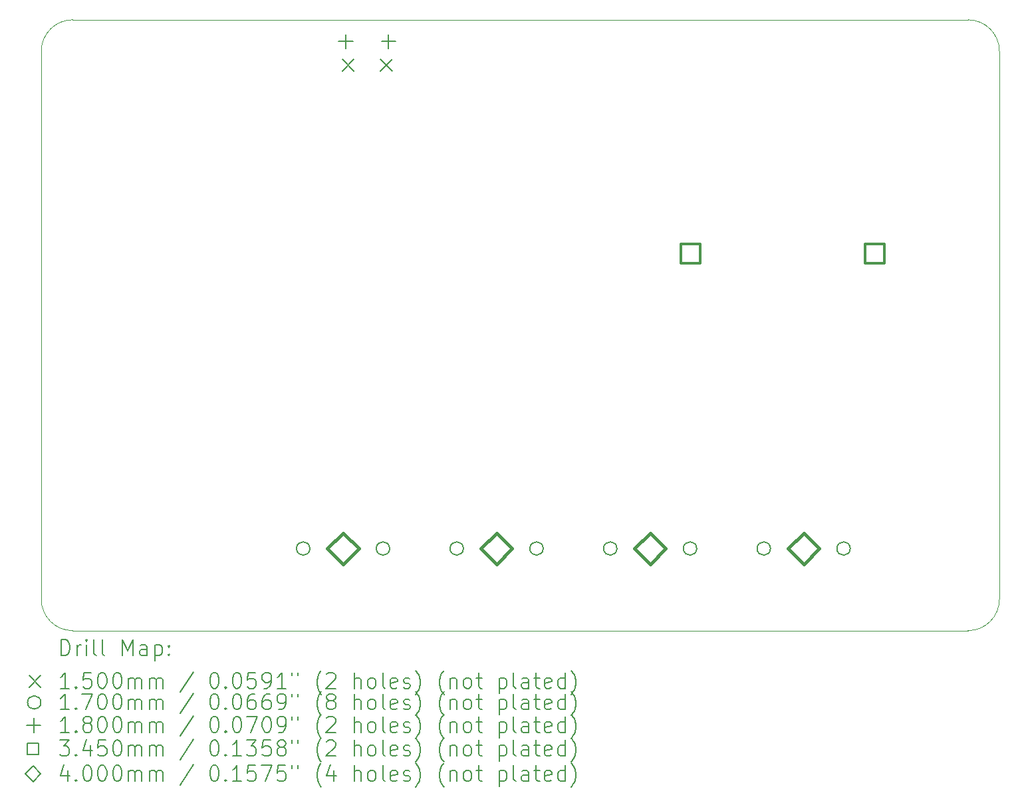
<source format=gbr>
%TF.GenerationSoftware,KiCad,Pcbnew,6.0.11-2627ca5db0~126~ubuntu22.04.1*%
%TF.CreationDate,2024-03-11T15:16:00-04:00*%
%TF.ProjectId,board,626f6172-642e-46b6-9963-61645f706362,rev?*%
%TF.SameCoordinates,Original*%
%TF.FileFunction,Drillmap*%
%TF.FilePolarity,Positive*%
%FSLAX45Y45*%
G04 Gerber Fmt 4.5, Leading zero omitted, Abs format (unit mm)*
G04 Created by KiCad (PCBNEW 6.0.11-2627ca5db0~126~ubuntu22.04.1) date 2024-03-11 15:16:00*
%MOMM*%
%LPD*%
G01*
G04 APERTURE LIST*
%ADD10C,0.100000*%
%ADD11C,0.200000*%
%ADD12C,0.150000*%
%ADD13C,0.170000*%
%ADD14C,0.180000*%
%ADD15C,0.345000*%
%ADD16C,0.400000*%
G04 APERTURE END LIST*
D10*
X9800000Y-3800000D02*
G75*
G03*
X9400000Y-4200000I0J-400000D01*
G01*
X21600000Y-11180000D02*
X21600000Y-4200000D01*
X21600000Y-4200000D02*
G75*
G03*
X21200000Y-3800000I-400000J0D01*
G01*
X9400000Y-4200000D02*
X9400000Y-11180000D01*
X9800000Y-11580000D02*
X21200000Y-11580000D01*
X21200000Y-11580000D02*
G75*
G03*
X21600000Y-11180000I0J400000D01*
G01*
X21200000Y-3800000D02*
X9800000Y-3800000D01*
X9400000Y-11180000D02*
G75*
G03*
X9800000Y-11580000I400000J0D01*
G01*
D11*
D12*
X13232500Y-4303500D02*
X13382500Y-4453500D01*
X13382500Y-4303500D02*
X13232500Y-4453500D01*
X13717500Y-4303500D02*
X13867500Y-4453500D01*
X13867500Y-4303500D02*
X13717500Y-4453500D01*
D13*
X12820000Y-10534000D02*
G75*
G03*
X12820000Y-10534000I-85000J0D01*
G01*
X13836000Y-10534000D02*
G75*
G03*
X13836000Y-10534000I-85000J0D01*
G01*
X14775000Y-10534000D02*
G75*
G03*
X14775000Y-10534000I-85000J0D01*
G01*
X15791000Y-10534000D02*
G75*
G03*
X15791000Y-10534000I-85000J0D01*
G01*
X16730000Y-10534000D02*
G75*
G03*
X16730000Y-10534000I-85000J0D01*
G01*
X17746000Y-10534000D02*
G75*
G03*
X17746000Y-10534000I-85000J0D01*
G01*
X18685000Y-10534000D02*
G75*
G03*
X18685000Y-10534000I-85000J0D01*
G01*
X19701000Y-10534000D02*
G75*
G03*
X19701000Y-10534000I-85000J0D01*
G01*
D14*
X13277500Y-3985500D02*
X13277500Y-4165500D01*
X13187500Y-4075500D02*
X13367500Y-4075500D01*
X13822500Y-3985500D02*
X13822500Y-4165500D01*
X13732500Y-4075500D02*
X13912500Y-4075500D01*
D15*
X17786977Y-6896977D02*
X17786977Y-6653023D01*
X17543023Y-6653023D01*
X17543023Y-6896977D01*
X17786977Y-6896977D01*
X20136977Y-6896977D02*
X20136977Y-6653023D01*
X19893023Y-6653023D01*
X19893023Y-6896977D01*
X20136977Y-6896977D01*
D16*
X13243000Y-10734000D02*
X13443000Y-10534000D01*
X13243000Y-10334000D01*
X13043000Y-10534000D01*
X13243000Y-10734000D01*
X15198000Y-10734000D02*
X15398000Y-10534000D01*
X15198000Y-10334000D01*
X14998000Y-10534000D01*
X15198000Y-10734000D01*
X17153000Y-10734000D02*
X17353000Y-10534000D01*
X17153000Y-10334000D01*
X16953000Y-10534000D01*
X17153000Y-10734000D01*
X19108000Y-10734000D02*
X19308000Y-10534000D01*
X19108000Y-10334000D01*
X18908000Y-10534000D01*
X19108000Y-10734000D01*
D11*
X9652619Y-11895476D02*
X9652619Y-11695476D01*
X9700238Y-11695476D01*
X9728810Y-11705000D01*
X9747857Y-11724048D01*
X9757381Y-11743095D01*
X9766905Y-11781190D01*
X9766905Y-11809762D01*
X9757381Y-11847857D01*
X9747857Y-11866905D01*
X9728810Y-11885952D01*
X9700238Y-11895476D01*
X9652619Y-11895476D01*
X9852619Y-11895476D02*
X9852619Y-11762143D01*
X9852619Y-11800238D02*
X9862143Y-11781190D01*
X9871667Y-11771667D01*
X9890714Y-11762143D01*
X9909762Y-11762143D01*
X9976429Y-11895476D02*
X9976429Y-11762143D01*
X9976429Y-11695476D02*
X9966905Y-11705000D01*
X9976429Y-11714524D01*
X9985952Y-11705000D01*
X9976429Y-11695476D01*
X9976429Y-11714524D01*
X10100238Y-11895476D02*
X10081190Y-11885952D01*
X10071667Y-11866905D01*
X10071667Y-11695476D01*
X10205000Y-11895476D02*
X10185952Y-11885952D01*
X10176429Y-11866905D01*
X10176429Y-11695476D01*
X10433571Y-11895476D02*
X10433571Y-11695476D01*
X10500238Y-11838333D01*
X10566905Y-11695476D01*
X10566905Y-11895476D01*
X10747857Y-11895476D02*
X10747857Y-11790714D01*
X10738333Y-11771667D01*
X10719286Y-11762143D01*
X10681190Y-11762143D01*
X10662143Y-11771667D01*
X10747857Y-11885952D02*
X10728810Y-11895476D01*
X10681190Y-11895476D01*
X10662143Y-11885952D01*
X10652619Y-11866905D01*
X10652619Y-11847857D01*
X10662143Y-11828809D01*
X10681190Y-11819286D01*
X10728810Y-11819286D01*
X10747857Y-11809762D01*
X10843095Y-11762143D02*
X10843095Y-11962143D01*
X10843095Y-11771667D02*
X10862143Y-11762143D01*
X10900238Y-11762143D01*
X10919286Y-11771667D01*
X10928810Y-11781190D01*
X10938333Y-11800238D01*
X10938333Y-11857381D01*
X10928810Y-11876428D01*
X10919286Y-11885952D01*
X10900238Y-11895476D01*
X10862143Y-11895476D01*
X10843095Y-11885952D01*
X11024048Y-11876428D02*
X11033571Y-11885952D01*
X11024048Y-11895476D01*
X11014524Y-11885952D01*
X11024048Y-11876428D01*
X11024048Y-11895476D01*
X11024048Y-11771667D02*
X11033571Y-11781190D01*
X11024048Y-11790714D01*
X11014524Y-11781190D01*
X11024048Y-11771667D01*
X11024048Y-11790714D01*
D12*
X9245000Y-12150000D02*
X9395000Y-12300000D01*
X9395000Y-12150000D02*
X9245000Y-12300000D01*
D11*
X9757381Y-12315476D02*
X9643095Y-12315476D01*
X9700238Y-12315476D02*
X9700238Y-12115476D01*
X9681190Y-12144048D01*
X9662143Y-12163095D01*
X9643095Y-12172619D01*
X9843095Y-12296428D02*
X9852619Y-12305952D01*
X9843095Y-12315476D01*
X9833571Y-12305952D01*
X9843095Y-12296428D01*
X9843095Y-12315476D01*
X10033571Y-12115476D02*
X9938333Y-12115476D01*
X9928810Y-12210714D01*
X9938333Y-12201190D01*
X9957381Y-12191667D01*
X10005000Y-12191667D01*
X10024048Y-12201190D01*
X10033571Y-12210714D01*
X10043095Y-12229762D01*
X10043095Y-12277381D01*
X10033571Y-12296428D01*
X10024048Y-12305952D01*
X10005000Y-12315476D01*
X9957381Y-12315476D01*
X9938333Y-12305952D01*
X9928810Y-12296428D01*
X10166905Y-12115476D02*
X10185952Y-12115476D01*
X10205000Y-12125000D01*
X10214524Y-12134524D01*
X10224048Y-12153571D01*
X10233571Y-12191667D01*
X10233571Y-12239286D01*
X10224048Y-12277381D01*
X10214524Y-12296428D01*
X10205000Y-12305952D01*
X10185952Y-12315476D01*
X10166905Y-12315476D01*
X10147857Y-12305952D01*
X10138333Y-12296428D01*
X10128810Y-12277381D01*
X10119286Y-12239286D01*
X10119286Y-12191667D01*
X10128810Y-12153571D01*
X10138333Y-12134524D01*
X10147857Y-12125000D01*
X10166905Y-12115476D01*
X10357381Y-12115476D02*
X10376429Y-12115476D01*
X10395476Y-12125000D01*
X10405000Y-12134524D01*
X10414524Y-12153571D01*
X10424048Y-12191667D01*
X10424048Y-12239286D01*
X10414524Y-12277381D01*
X10405000Y-12296428D01*
X10395476Y-12305952D01*
X10376429Y-12315476D01*
X10357381Y-12315476D01*
X10338333Y-12305952D01*
X10328810Y-12296428D01*
X10319286Y-12277381D01*
X10309762Y-12239286D01*
X10309762Y-12191667D01*
X10319286Y-12153571D01*
X10328810Y-12134524D01*
X10338333Y-12125000D01*
X10357381Y-12115476D01*
X10509762Y-12315476D02*
X10509762Y-12182143D01*
X10509762Y-12201190D02*
X10519286Y-12191667D01*
X10538333Y-12182143D01*
X10566905Y-12182143D01*
X10585952Y-12191667D01*
X10595476Y-12210714D01*
X10595476Y-12315476D01*
X10595476Y-12210714D02*
X10605000Y-12191667D01*
X10624048Y-12182143D01*
X10652619Y-12182143D01*
X10671667Y-12191667D01*
X10681190Y-12210714D01*
X10681190Y-12315476D01*
X10776429Y-12315476D02*
X10776429Y-12182143D01*
X10776429Y-12201190D02*
X10785952Y-12191667D01*
X10805000Y-12182143D01*
X10833571Y-12182143D01*
X10852619Y-12191667D01*
X10862143Y-12210714D01*
X10862143Y-12315476D01*
X10862143Y-12210714D02*
X10871667Y-12191667D01*
X10890714Y-12182143D01*
X10919286Y-12182143D01*
X10938333Y-12191667D01*
X10947857Y-12210714D01*
X10947857Y-12315476D01*
X11338333Y-12105952D02*
X11166905Y-12363095D01*
X11595476Y-12115476D02*
X11614524Y-12115476D01*
X11633571Y-12125000D01*
X11643095Y-12134524D01*
X11652619Y-12153571D01*
X11662143Y-12191667D01*
X11662143Y-12239286D01*
X11652619Y-12277381D01*
X11643095Y-12296428D01*
X11633571Y-12305952D01*
X11614524Y-12315476D01*
X11595476Y-12315476D01*
X11576428Y-12305952D01*
X11566905Y-12296428D01*
X11557381Y-12277381D01*
X11547857Y-12239286D01*
X11547857Y-12191667D01*
X11557381Y-12153571D01*
X11566905Y-12134524D01*
X11576428Y-12125000D01*
X11595476Y-12115476D01*
X11747857Y-12296428D02*
X11757381Y-12305952D01*
X11747857Y-12315476D01*
X11738333Y-12305952D01*
X11747857Y-12296428D01*
X11747857Y-12315476D01*
X11881190Y-12115476D02*
X11900238Y-12115476D01*
X11919286Y-12125000D01*
X11928809Y-12134524D01*
X11938333Y-12153571D01*
X11947857Y-12191667D01*
X11947857Y-12239286D01*
X11938333Y-12277381D01*
X11928809Y-12296428D01*
X11919286Y-12305952D01*
X11900238Y-12315476D01*
X11881190Y-12315476D01*
X11862143Y-12305952D01*
X11852619Y-12296428D01*
X11843095Y-12277381D01*
X11833571Y-12239286D01*
X11833571Y-12191667D01*
X11843095Y-12153571D01*
X11852619Y-12134524D01*
X11862143Y-12125000D01*
X11881190Y-12115476D01*
X12128809Y-12115476D02*
X12033571Y-12115476D01*
X12024048Y-12210714D01*
X12033571Y-12201190D01*
X12052619Y-12191667D01*
X12100238Y-12191667D01*
X12119286Y-12201190D01*
X12128809Y-12210714D01*
X12138333Y-12229762D01*
X12138333Y-12277381D01*
X12128809Y-12296428D01*
X12119286Y-12305952D01*
X12100238Y-12315476D01*
X12052619Y-12315476D01*
X12033571Y-12305952D01*
X12024048Y-12296428D01*
X12233571Y-12315476D02*
X12271667Y-12315476D01*
X12290714Y-12305952D01*
X12300238Y-12296428D01*
X12319286Y-12267857D01*
X12328809Y-12229762D01*
X12328809Y-12153571D01*
X12319286Y-12134524D01*
X12309762Y-12125000D01*
X12290714Y-12115476D01*
X12252619Y-12115476D01*
X12233571Y-12125000D01*
X12224048Y-12134524D01*
X12214524Y-12153571D01*
X12214524Y-12201190D01*
X12224048Y-12220238D01*
X12233571Y-12229762D01*
X12252619Y-12239286D01*
X12290714Y-12239286D01*
X12309762Y-12229762D01*
X12319286Y-12220238D01*
X12328809Y-12201190D01*
X12519286Y-12315476D02*
X12405000Y-12315476D01*
X12462143Y-12315476D02*
X12462143Y-12115476D01*
X12443095Y-12144048D01*
X12424048Y-12163095D01*
X12405000Y-12172619D01*
X12595476Y-12115476D02*
X12595476Y-12153571D01*
X12671667Y-12115476D02*
X12671667Y-12153571D01*
X12966905Y-12391667D02*
X12957381Y-12382143D01*
X12938333Y-12353571D01*
X12928809Y-12334524D01*
X12919286Y-12305952D01*
X12909762Y-12258333D01*
X12909762Y-12220238D01*
X12919286Y-12172619D01*
X12928809Y-12144048D01*
X12938333Y-12125000D01*
X12957381Y-12096428D01*
X12966905Y-12086905D01*
X13033571Y-12134524D02*
X13043095Y-12125000D01*
X13062143Y-12115476D01*
X13109762Y-12115476D01*
X13128809Y-12125000D01*
X13138333Y-12134524D01*
X13147857Y-12153571D01*
X13147857Y-12172619D01*
X13138333Y-12201190D01*
X13024048Y-12315476D01*
X13147857Y-12315476D01*
X13385952Y-12315476D02*
X13385952Y-12115476D01*
X13471667Y-12315476D02*
X13471667Y-12210714D01*
X13462143Y-12191667D01*
X13443095Y-12182143D01*
X13414524Y-12182143D01*
X13395476Y-12191667D01*
X13385952Y-12201190D01*
X13595476Y-12315476D02*
X13576428Y-12305952D01*
X13566905Y-12296428D01*
X13557381Y-12277381D01*
X13557381Y-12220238D01*
X13566905Y-12201190D01*
X13576428Y-12191667D01*
X13595476Y-12182143D01*
X13624048Y-12182143D01*
X13643095Y-12191667D01*
X13652619Y-12201190D01*
X13662143Y-12220238D01*
X13662143Y-12277381D01*
X13652619Y-12296428D01*
X13643095Y-12305952D01*
X13624048Y-12315476D01*
X13595476Y-12315476D01*
X13776428Y-12315476D02*
X13757381Y-12305952D01*
X13747857Y-12286905D01*
X13747857Y-12115476D01*
X13928809Y-12305952D02*
X13909762Y-12315476D01*
X13871667Y-12315476D01*
X13852619Y-12305952D01*
X13843095Y-12286905D01*
X13843095Y-12210714D01*
X13852619Y-12191667D01*
X13871667Y-12182143D01*
X13909762Y-12182143D01*
X13928809Y-12191667D01*
X13938333Y-12210714D01*
X13938333Y-12229762D01*
X13843095Y-12248809D01*
X14014524Y-12305952D02*
X14033571Y-12315476D01*
X14071667Y-12315476D01*
X14090714Y-12305952D01*
X14100238Y-12286905D01*
X14100238Y-12277381D01*
X14090714Y-12258333D01*
X14071667Y-12248809D01*
X14043095Y-12248809D01*
X14024048Y-12239286D01*
X14014524Y-12220238D01*
X14014524Y-12210714D01*
X14024048Y-12191667D01*
X14043095Y-12182143D01*
X14071667Y-12182143D01*
X14090714Y-12191667D01*
X14166905Y-12391667D02*
X14176428Y-12382143D01*
X14195476Y-12353571D01*
X14205000Y-12334524D01*
X14214524Y-12305952D01*
X14224048Y-12258333D01*
X14224048Y-12220238D01*
X14214524Y-12172619D01*
X14205000Y-12144048D01*
X14195476Y-12125000D01*
X14176428Y-12096428D01*
X14166905Y-12086905D01*
X14528809Y-12391667D02*
X14519286Y-12382143D01*
X14500238Y-12353571D01*
X14490714Y-12334524D01*
X14481190Y-12305952D01*
X14471667Y-12258333D01*
X14471667Y-12220238D01*
X14481190Y-12172619D01*
X14490714Y-12144048D01*
X14500238Y-12125000D01*
X14519286Y-12096428D01*
X14528809Y-12086905D01*
X14605000Y-12182143D02*
X14605000Y-12315476D01*
X14605000Y-12201190D02*
X14614524Y-12191667D01*
X14633571Y-12182143D01*
X14662143Y-12182143D01*
X14681190Y-12191667D01*
X14690714Y-12210714D01*
X14690714Y-12315476D01*
X14814524Y-12315476D02*
X14795476Y-12305952D01*
X14785952Y-12296428D01*
X14776428Y-12277381D01*
X14776428Y-12220238D01*
X14785952Y-12201190D01*
X14795476Y-12191667D01*
X14814524Y-12182143D01*
X14843095Y-12182143D01*
X14862143Y-12191667D01*
X14871667Y-12201190D01*
X14881190Y-12220238D01*
X14881190Y-12277381D01*
X14871667Y-12296428D01*
X14862143Y-12305952D01*
X14843095Y-12315476D01*
X14814524Y-12315476D01*
X14938333Y-12182143D02*
X15014524Y-12182143D01*
X14966905Y-12115476D02*
X14966905Y-12286905D01*
X14976428Y-12305952D01*
X14995476Y-12315476D01*
X15014524Y-12315476D01*
X15233571Y-12182143D02*
X15233571Y-12382143D01*
X15233571Y-12191667D02*
X15252619Y-12182143D01*
X15290714Y-12182143D01*
X15309762Y-12191667D01*
X15319286Y-12201190D01*
X15328809Y-12220238D01*
X15328809Y-12277381D01*
X15319286Y-12296428D01*
X15309762Y-12305952D01*
X15290714Y-12315476D01*
X15252619Y-12315476D01*
X15233571Y-12305952D01*
X15443095Y-12315476D02*
X15424048Y-12305952D01*
X15414524Y-12286905D01*
X15414524Y-12115476D01*
X15605000Y-12315476D02*
X15605000Y-12210714D01*
X15595476Y-12191667D01*
X15576428Y-12182143D01*
X15538333Y-12182143D01*
X15519286Y-12191667D01*
X15605000Y-12305952D02*
X15585952Y-12315476D01*
X15538333Y-12315476D01*
X15519286Y-12305952D01*
X15509762Y-12286905D01*
X15509762Y-12267857D01*
X15519286Y-12248809D01*
X15538333Y-12239286D01*
X15585952Y-12239286D01*
X15605000Y-12229762D01*
X15671667Y-12182143D02*
X15747857Y-12182143D01*
X15700238Y-12115476D02*
X15700238Y-12286905D01*
X15709762Y-12305952D01*
X15728809Y-12315476D01*
X15747857Y-12315476D01*
X15890714Y-12305952D02*
X15871667Y-12315476D01*
X15833571Y-12315476D01*
X15814524Y-12305952D01*
X15805000Y-12286905D01*
X15805000Y-12210714D01*
X15814524Y-12191667D01*
X15833571Y-12182143D01*
X15871667Y-12182143D01*
X15890714Y-12191667D01*
X15900238Y-12210714D01*
X15900238Y-12229762D01*
X15805000Y-12248809D01*
X16071667Y-12315476D02*
X16071667Y-12115476D01*
X16071667Y-12305952D02*
X16052619Y-12315476D01*
X16014524Y-12315476D01*
X15995476Y-12305952D01*
X15985952Y-12296428D01*
X15976428Y-12277381D01*
X15976428Y-12220238D01*
X15985952Y-12201190D01*
X15995476Y-12191667D01*
X16014524Y-12182143D01*
X16052619Y-12182143D01*
X16071667Y-12191667D01*
X16147857Y-12391667D02*
X16157381Y-12382143D01*
X16176428Y-12353571D01*
X16185952Y-12334524D01*
X16195476Y-12305952D01*
X16205000Y-12258333D01*
X16205000Y-12220238D01*
X16195476Y-12172619D01*
X16185952Y-12144048D01*
X16176428Y-12125000D01*
X16157381Y-12096428D01*
X16147857Y-12086905D01*
D13*
X9395000Y-12495000D02*
G75*
G03*
X9395000Y-12495000I-85000J0D01*
G01*
D11*
X9757381Y-12585476D02*
X9643095Y-12585476D01*
X9700238Y-12585476D02*
X9700238Y-12385476D01*
X9681190Y-12414048D01*
X9662143Y-12433095D01*
X9643095Y-12442619D01*
X9843095Y-12566428D02*
X9852619Y-12575952D01*
X9843095Y-12585476D01*
X9833571Y-12575952D01*
X9843095Y-12566428D01*
X9843095Y-12585476D01*
X9919286Y-12385476D02*
X10052619Y-12385476D01*
X9966905Y-12585476D01*
X10166905Y-12385476D02*
X10185952Y-12385476D01*
X10205000Y-12395000D01*
X10214524Y-12404524D01*
X10224048Y-12423571D01*
X10233571Y-12461667D01*
X10233571Y-12509286D01*
X10224048Y-12547381D01*
X10214524Y-12566428D01*
X10205000Y-12575952D01*
X10185952Y-12585476D01*
X10166905Y-12585476D01*
X10147857Y-12575952D01*
X10138333Y-12566428D01*
X10128810Y-12547381D01*
X10119286Y-12509286D01*
X10119286Y-12461667D01*
X10128810Y-12423571D01*
X10138333Y-12404524D01*
X10147857Y-12395000D01*
X10166905Y-12385476D01*
X10357381Y-12385476D02*
X10376429Y-12385476D01*
X10395476Y-12395000D01*
X10405000Y-12404524D01*
X10414524Y-12423571D01*
X10424048Y-12461667D01*
X10424048Y-12509286D01*
X10414524Y-12547381D01*
X10405000Y-12566428D01*
X10395476Y-12575952D01*
X10376429Y-12585476D01*
X10357381Y-12585476D01*
X10338333Y-12575952D01*
X10328810Y-12566428D01*
X10319286Y-12547381D01*
X10309762Y-12509286D01*
X10309762Y-12461667D01*
X10319286Y-12423571D01*
X10328810Y-12404524D01*
X10338333Y-12395000D01*
X10357381Y-12385476D01*
X10509762Y-12585476D02*
X10509762Y-12452143D01*
X10509762Y-12471190D02*
X10519286Y-12461667D01*
X10538333Y-12452143D01*
X10566905Y-12452143D01*
X10585952Y-12461667D01*
X10595476Y-12480714D01*
X10595476Y-12585476D01*
X10595476Y-12480714D02*
X10605000Y-12461667D01*
X10624048Y-12452143D01*
X10652619Y-12452143D01*
X10671667Y-12461667D01*
X10681190Y-12480714D01*
X10681190Y-12585476D01*
X10776429Y-12585476D02*
X10776429Y-12452143D01*
X10776429Y-12471190D02*
X10785952Y-12461667D01*
X10805000Y-12452143D01*
X10833571Y-12452143D01*
X10852619Y-12461667D01*
X10862143Y-12480714D01*
X10862143Y-12585476D01*
X10862143Y-12480714D02*
X10871667Y-12461667D01*
X10890714Y-12452143D01*
X10919286Y-12452143D01*
X10938333Y-12461667D01*
X10947857Y-12480714D01*
X10947857Y-12585476D01*
X11338333Y-12375952D02*
X11166905Y-12633095D01*
X11595476Y-12385476D02*
X11614524Y-12385476D01*
X11633571Y-12395000D01*
X11643095Y-12404524D01*
X11652619Y-12423571D01*
X11662143Y-12461667D01*
X11662143Y-12509286D01*
X11652619Y-12547381D01*
X11643095Y-12566428D01*
X11633571Y-12575952D01*
X11614524Y-12585476D01*
X11595476Y-12585476D01*
X11576428Y-12575952D01*
X11566905Y-12566428D01*
X11557381Y-12547381D01*
X11547857Y-12509286D01*
X11547857Y-12461667D01*
X11557381Y-12423571D01*
X11566905Y-12404524D01*
X11576428Y-12395000D01*
X11595476Y-12385476D01*
X11747857Y-12566428D02*
X11757381Y-12575952D01*
X11747857Y-12585476D01*
X11738333Y-12575952D01*
X11747857Y-12566428D01*
X11747857Y-12585476D01*
X11881190Y-12385476D02*
X11900238Y-12385476D01*
X11919286Y-12395000D01*
X11928809Y-12404524D01*
X11938333Y-12423571D01*
X11947857Y-12461667D01*
X11947857Y-12509286D01*
X11938333Y-12547381D01*
X11928809Y-12566428D01*
X11919286Y-12575952D01*
X11900238Y-12585476D01*
X11881190Y-12585476D01*
X11862143Y-12575952D01*
X11852619Y-12566428D01*
X11843095Y-12547381D01*
X11833571Y-12509286D01*
X11833571Y-12461667D01*
X11843095Y-12423571D01*
X11852619Y-12404524D01*
X11862143Y-12395000D01*
X11881190Y-12385476D01*
X12119286Y-12385476D02*
X12081190Y-12385476D01*
X12062143Y-12395000D01*
X12052619Y-12404524D01*
X12033571Y-12433095D01*
X12024048Y-12471190D01*
X12024048Y-12547381D01*
X12033571Y-12566428D01*
X12043095Y-12575952D01*
X12062143Y-12585476D01*
X12100238Y-12585476D01*
X12119286Y-12575952D01*
X12128809Y-12566428D01*
X12138333Y-12547381D01*
X12138333Y-12499762D01*
X12128809Y-12480714D01*
X12119286Y-12471190D01*
X12100238Y-12461667D01*
X12062143Y-12461667D01*
X12043095Y-12471190D01*
X12033571Y-12480714D01*
X12024048Y-12499762D01*
X12309762Y-12385476D02*
X12271667Y-12385476D01*
X12252619Y-12395000D01*
X12243095Y-12404524D01*
X12224048Y-12433095D01*
X12214524Y-12471190D01*
X12214524Y-12547381D01*
X12224048Y-12566428D01*
X12233571Y-12575952D01*
X12252619Y-12585476D01*
X12290714Y-12585476D01*
X12309762Y-12575952D01*
X12319286Y-12566428D01*
X12328809Y-12547381D01*
X12328809Y-12499762D01*
X12319286Y-12480714D01*
X12309762Y-12471190D01*
X12290714Y-12461667D01*
X12252619Y-12461667D01*
X12233571Y-12471190D01*
X12224048Y-12480714D01*
X12214524Y-12499762D01*
X12424048Y-12585476D02*
X12462143Y-12585476D01*
X12481190Y-12575952D01*
X12490714Y-12566428D01*
X12509762Y-12537857D01*
X12519286Y-12499762D01*
X12519286Y-12423571D01*
X12509762Y-12404524D01*
X12500238Y-12395000D01*
X12481190Y-12385476D01*
X12443095Y-12385476D01*
X12424048Y-12395000D01*
X12414524Y-12404524D01*
X12405000Y-12423571D01*
X12405000Y-12471190D01*
X12414524Y-12490238D01*
X12424048Y-12499762D01*
X12443095Y-12509286D01*
X12481190Y-12509286D01*
X12500238Y-12499762D01*
X12509762Y-12490238D01*
X12519286Y-12471190D01*
X12595476Y-12385476D02*
X12595476Y-12423571D01*
X12671667Y-12385476D02*
X12671667Y-12423571D01*
X12966905Y-12661667D02*
X12957381Y-12652143D01*
X12938333Y-12623571D01*
X12928809Y-12604524D01*
X12919286Y-12575952D01*
X12909762Y-12528333D01*
X12909762Y-12490238D01*
X12919286Y-12442619D01*
X12928809Y-12414048D01*
X12938333Y-12395000D01*
X12957381Y-12366428D01*
X12966905Y-12356905D01*
X13071667Y-12471190D02*
X13052619Y-12461667D01*
X13043095Y-12452143D01*
X13033571Y-12433095D01*
X13033571Y-12423571D01*
X13043095Y-12404524D01*
X13052619Y-12395000D01*
X13071667Y-12385476D01*
X13109762Y-12385476D01*
X13128809Y-12395000D01*
X13138333Y-12404524D01*
X13147857Y-12423571D01*
X13147857Y-12433095D01*
X13138333Y-12452143D01*
X13128809Y-12461667D01*
X13109762Y-12471190D01*
X13071667Y-12471190D01*
X13052619Y-12480714D01*
X13043095Y-12490238D01*
X13033571Y-12509286D01*
X13033571Y-12547381D01*
X13043095Y-12566428D01*
X13052619Y-12575952D01*
X13071667Y-12585476D01*
X13109762Y-12585476D01*
X13128809Y-12575952D01*
X13138333Y-12566428D01*
X13147857Y-12547381D01*
X13147857Y-12509286D01*
X13138333Y-12490238D01*
X13128809Y-12480714D01*
X13109762Y-12471190D01*
X13385952Y-12585476D02*
X13385952Y-12385476D01*
X13471667Y-12585476D02*
X13471667Y-12480714D01*
X13462143Y-12461667D01*
X13443095Y-12452143D01*
X13414524Y-12452143D01*
X13395476Y-12461667D01*
X13385952Y-12471190D01*
X13595476Y-12585476D02*
X13576428Y-12575952D01*
X13566905Y-12566428D01*
X13557381Y-12547381D01*
X13557381Y-12490238D01*
X13566905Y-12471190D01*
X13576428Y-12461667D01*
X13595476Y-12452143D01*
X13624048Y-12452143D01*
X13643095Y-12461667D01*
X13652619Y-12471190D01*
X13662143Y-12490238D01*
X13662143Y-12547381D01*
X13652619Y-12566428D01*
X13643095Y-12575952D01*
X13624048Y-12585476D01*
X13595476Y-12585476D01*
X13776428Y-12585476D02*
X13757381Y-12575952D01*
X13747857Y-12556905D01*
X13747857Y-12385476D01*
X13928809Y-12575952D02*
X13909762Y-12585476D01*
X13871667Y-12585476D01*
X13852619Y-12575952D01*
X13843095Y-12556905D01*
X13843095Y-12480714D01*
X13852619Y-12461667D01*
X13871667Y-12452143D01*
X13909762Y-12452143D01*
X13928809Y-12461667D01*
X13938333Y-12480714D01*
X13938333Y-12499762D01*
X13843095Y-12518809D01*
X14014524Y-12575952D02*
X14033571Y-12585476D01*
X14071667Y-12585476D01*
X14090714Y-12575952D01*
X14100238Y-12556905D01*
X14100238Y-12547381D01*
X14090714Y-12528333D01*
X14071667Y-12518809D01*
X14043095Y-12518809D01*
X14024048Y-12509286D01*
X14014524Y-12490238D01*
X14014524Y-12480714D01*
X14024048Y-12461667D01*
X14043095Y-12452143D01*
X14071667Y-12452143D01*
X14090714Y-12461667D01*
X14166905Y-12661667D02*
X14176428Y-12652143D01*
X14195476Y-12623571D01*
X14205000Y-12604524D01*
X14214524Y-12575952D01*
X14224048Y-12528333D01*
X14224048Y-12490238D01*
X14214524Y-12442619D01*
X14205000Y-12414048D01*
X14195476Y-12395000D01*
X14176428Y-12366428D01*
X14166905Y-12356905D01*
X14528809Y-12661667D02*
X14519286Y-12652143D01*
X14500238Y-12623571D01*
X14490714Y-12604524D01*
X14481190Y-12575952D01*
X14471667Y-12528333D01*
X14471667Y-12490238D01*
X14481190Y-12442619D01*
X14490714Y-12414048D01*
X14500238Y-12395000D01*
X14519286Y-12366428D01*
X14528809Y-12356905D01*
X14605000Y-12452143D02*
X14605000Y-12585476D01*
X14605000Y-12471190D02*
X14614524Y-12461667D01*
X14633571Y-12452143D01*
X14662143Y-12452143D01*
X14681190Y-12461667D01*
X14690714Y-12480714D01*
X14690714Y-12585476D01*
X14814524Y-12585476D02*
X14795476Y-12575952D01*
X14785952Y-12566428D01*
X14776428Y-12547381D01*
X14776428Y-12490238D01*
X14785952Y-12471190D01*
X14795476Y-12461667D01*
X14814524Y-12452143D01*
X14843095Y-12452143D01*
X14862143Y-12461667D01*
X14871667Y-12471190D01*
X14881190Y-12490238D01*
X14881190Y-12547381D01*
X14871667Y-12566428D01*
X14862143Y-12575952D01*
X14843095Y-12585476D01*
X14814524Y-12585476D01*
X14938333Y-12452143D02*
X15014524Y-12452143D01*
X14966905Y-12385476D02*
X14966905Y-12556905D01*
X14976428Y-12575952D01*
X14995476Y-12585476D01*
X15014524Y-12585476D01*
X15233571Y-12452143D02*
X15233571Y-12652143D01*
X15233571Y-12461667D02*
X15252619Y-12452143D01*
X15290714Y-12452143D01*
X15309762Y-12461667D01*
X15319286Y-12471190D01*
X15328809Y-12490238D01*
X15328809Y-12547381D01*
X15319286Y-12566428D01*
X15309762Y-12575952D01*
X15290714Y-12585476D01*
X15252619Y-12585476D01*
X15233571Y-12575952D01*
X15443095Y-12585476D02*
X15424048Y-12575952D01*
X15414524Y-12556905D01*
X15414524Y-12385476D01*
X15605000Y-12585476D02*
X15605000Y-12480714D01*
X15595476Y-12461667D01*
X15576428Y-12452143D01*
X15538333Y-12452143D01*
X15519286Y-12461667D01*
X15605000Y-12575952D02*
X15585952Y-12585476D01*
X15538333Y-12585476D01*
X15519286Y-12575952D01*
X15509762Y-12556905D01*
X15509762Y-12537857D01*
X15519286Y-12518809D01*
X15538333Y-12509286D01*
X15585952Y-12509286D01*
X15605000Y-12499762D01*
X15671667Y-12452143D02*
X15747857Y-12452143D01*
X15700238Y-12385476D02*
X15700238Y-12556905D01*
X15709762Y-12575952D01*
X15728809Y-12585476D01*
X15747857Y-12585476D01*
X15890714Y-12575952D02*
X15871667Y-12585476D01*
X15833571Y-12585476D01*
X15814524Y-12575952D01*
X15805000Y-12556905D01*
X15805000Y-12480714D01*
X15814524Y-12461667D01*
X15833571Y-12452143D01*
X15871667Y-12452143D01*
X15890714Y-12461667D01*
X15900238Y-12480714D01*
X15900238Y-12499762D01*
X15805000Y-12518809D01*
X16071667Y-12585476D02*
X16071667Y-12385476D01*
X16071667Y-12575952D02*
X16052619Y-12585476D01*
X16014524Y-12585476D01*
X15995476Y-12575952D01*
X15985952Y-12566428D01*
X15976428Y-12547381D01*
X15976428Y-12490238D01*
X15985952Y-12471190D01*
X15995476Y-12461667D01*
X16014524Y-12452143D01*
X16052619Y-12452143D01*
X16071667Y-12461667D01*
X16147857Y-12661667D02*
X16157381Y-12652143D01*
X16176428Y-12623571D01*
X16185952Y-12604524D01*
X16195476Y-12575952D01*
X16205000Y-12528333D01*
X16205000Y-12490238D01*
X16195476Y-12442619D01*
X16185952Y-12414048D01*
X16176428Y-12395000D01*
X16157381Y-12366428D01*
X16147857Y-12356905D01*
D14*
X9305000Y-12695000D02*
X9305000Y-12875000D01*
X9215000Y-12785000D02*
X9395000Y-12785000D01*
D11*
X9757381Y-12875476D02*
X9643095Y-12875476D01*
X9700238Y-12875476D02*
X9700238Y-12675476D01*
X9681190Y-12704048D01*
X9662143Y-12723095D01*
X9643095Y-12732619D01*
X9843095Y-12856428D02*
X9852619Y-12865952D01*
X9843095Y-12875476D01*
X9833571Y-12865952D01*
X9843095Y-12856428D01*
X9843095Y-12875476D01*
X9966905Y-12761190D02*
X9947857Y-12751667D01*
X9938333Y-12742143D01*
X9928810Y-12723095D01*
X9928810Y-12713571D01*
X9938333Y-12694524D01*
X9947857Y-12685000D01*
X9966905Y-12675476D01*
X10005000Y-12675476D01*
X10024048Y-12685000D01*
X10033571Y-12694524D01*
X10043095Y-12713571D01*
X10043095Y-12723095D01*
X10033571Y-12742143D01*
X10024048Y-12751667D01*
X10005000Y-12761190D01*
X9966905Y-12761190D01*
X9947857Y-12770714D01*
X9938333Y-12780238D01*
X9928810Y-12799286D01*
X9928810Y-12837381D01*
X9938333Y-12856428D01*
X9947857Y-12865952D01*
X9966905Y-12875476D01*
X10005000Y-12875476D01*
X10024048Y-12865952D01*
X10033571Y-12856428D01*
X10043095Y-12837381D01*
X10043095Y-12799286D01*
X10033571Y-12780238D01*
X10024048Y-12770714D01*
X10005000Y-12761190D01*
X10166905Y-12675476D02*
X10185952Y-12675476D01*
X10205000Y-12685000D01*
X10214524Y-12694524D01*
X10224048Y-12713571D01*
X10233571Y-12751667D01*
X10233571Y-12799286D01*
X10224048Y-12837381D01*
X10214524Y-12856428D01*
X10205000Y-12865952D01*
X10185952Y-12875476D01*
X10166905Y-12875476D01*
X10147857Y-12865952D01*
X10138333Y-12856428D01*
X10128810Y-12837381D01*
X10119286Y-12799286D01*
X10119286Y-12751667D01*
X10128810Y-12713571D01*
X10138333Y-12694524D01*
X10147857Y-12685000D01*
X10166905Y-12675476D01*
X10357381Y-12675476D02*
X10376429Y-12675476D01*
X10395476Y-12685000D01*
X10405000Y-12694524D01*
X10414524Y-12713571D01*
X10424048Y-12751667D01*
X10424048Y-12799286D01*
X10414524Y-12837381D01*
X10405000Y-12856428D01*
X10395476Y-12865952D01*
X10376429Y-12875476D01*
X10357381Y-12875476D01*
X10338333Y-12865952D01*
X10328810Y-12856428D01*
X10319286Y-12837381D01*
X10309762Y-12799286D01*
X10309762Y-12751667D01*
X10319286Y-12713571D01*
X10328810Y-12694524D01*
X10338333Y-12685000D01*
X10357381Y-12675476D01*
X10509762Y-12875476D02*
X10509762Y-12742143D01*
X10509762Y-12761190D02*
X10519286Y-12751667D01*
X10538333Y-12742143D01*
X10566905Y-12742143D01*
X10585952Y-12751667D01*
X10595476Y-12770714D01*
X10595476Y-12875476D01*
X10595476Y-12770714D02*
X10605000Y-12751667D01*
X10624048Y-12742143D01*
X10652619Y-12742143D01*
X10671667Y-12751667D01*
X10681190Y-12770714D01*
X10681190Y-12875476D01*
X10776429Y-12875476D02*
X10776429Y-12742143D01*
X10776429Y-12761190D02*
X10785952Y-12751667D01*
X10805000Y-12742143D01*
X10833571Y-12742143D01*
X10852619Y-12751667D01*
X10862143Y-12770714D01*
X10862143Y-12875476D01*
X10862143Y-12770714D02*
X10871667Y-12751667D01*
X10890714Y-12742143D01*
X10919286Y-12742143D01*
X10938333Y-12751667D01*
X10947857Y-12770714D01*
X10947857Y-12875476D01*
X11338333Y-12665952D02*
X11166905Y-12923095D01*
X11595476Y-12675476D02*
X11614524Y-12675476D01*
X11633571Y-12685000D01*
X11643095Y-12694524D01*
X11652619Y-12713571D01*
X11662143Y-12751667D01*
X11662143Y-12799286D01*
X11652619Y-12837381D01*
X11643095Y-12856428D01*
X11633571Y-12865952D01*
X11614524Y-12875476D01*
X11595476Y-12875476D01*
X11576428Y-12865952D01*
X11566905Y-12856428D01*
X11557381Y-12837381D01*
X11547857Y-12799286D01*
X11547857Y-12751667D01*
X11557381Y-12713571D01*
X11566905Y-12694524D01*
X11576428Y-12685000D01*
X11595476Y-12675476D01*
X11747857Y-12856428D02*
X11757381Y-12865952D01*
X11747857Y-12875476D01*
X11738333Y-12865952D01*
X11747857Y-12856428D01*
X11747857Y-12875476D01*
X11881190Y-12675476D02*
X11900238Y-12675476D01*
X11919286Y-12685000D01*
X11928809Y-12694524D01*
X11938333Y-12713571D01*
X11947857Y-12751667D01*
X11947857Y-12799286D01*
X11938333Y-12837381D01*
X11928809Y-12856428D01*
X11919286Y-12865952D01*
X11900238Y-12875476D01*
X11881190Y-12875476D01*
X11862143Y-12865952D01*
X11852619Y-12856428D01*
X11843095Y-12837381D01*
X11833571Y-12799286D01*
X11833571Y-12751667D01*
X11843095Y-12713571D01*
X11852619Y-12694524D01*
X11862143Y-12685000D01*
X11881190Y-12675476D01*
X12014524Y-12675476D02*
X12147857Y-12675476D01*
X12062143Y-12875476D01*
X12262143Y-12675476D02*
X12281190Y-12675476D01*
X12300238Y-12685000D01*
X12309762Y-12694524D01*
X12319286Y-12713571D01*
X12328809Y-12751667D01*
X12328809Y-12799286D01*
X12319286Y-12837381D01*
X12309762Y-12856428D01*
X12300238Y-12865952D01*
X12281190Y-12875476D01*
X12262143Y-12875476D01*
X12243095Y-12865952D01*
X12233571Y-12856428D01*
X12224048Y-12837381D01*
X12214524Y-12799286D01*
X12214524Y-12751667D01*
X12224048Y-12713571D01*
X12233571Y-12694524D01*
X12243095Y-12685000D01*
X12262143Y-12675476D01*
X12424048Y-12875476D02*
X12462143Y-12875476D01*
X12481190Y-12865952D01*
X12490714Y-12856428D01*
X12509762Y-12827857D01*
X12519286Y-12789762D01*
X12519286Y-12713571D01*
X12509762Y-12694524D01*
X12500238Y-12685000D01*
X12481190Y-12675476D01*
X12443095Y-12675476D01*
X12424048Y-12685000D01*
X12414524Y-12694524D01*
X12405000Y-12713571D01*
X12405000Y-12761190D01*
X12414524Y-12780238D01*
X12424048Y-12789762D01*
X12443095Y-12799286D01*
X12481190Y-12799286D01*
X12500238Y-12789762D01*
X12509762Y-12780238D01*
X12519286Y-12761190D01*
X12595476Y-12675476D02*
X12595476Y-12713571D01*
X12671667Y-12675476D02*
X12671667Y-12713571D01*
X12966905Y-12951667D02*
X12957381Y-12942143D01*
X12938333Y-12913571D01*
X12928809Y-12894524D01*
X12919286Y-12865952D01*
X12909762Y-12818333D01*
X12909762Y-12780238D01*
X12919286Y-12732619D01*
X12928809Y-12704048D01*
X12938333Y-12685000D01*
X12957381Y-12656428D01*
X12966905Y-12646905D01*
X13033571Y-12694524D02*
X13043095Y-12685000D01*
X13062143Y-12675476D01*
X13109762Y-12675476D01*
X13128809Y-12685000D01*
X13138333Y-12694524D01*
X13147857Y-12713571D01*
X13147857Y-12732619D01*
X13138333Y-12761190D01*
X13024048Y-12875476D01*
X13147857Y-12875476D01*
X13385952Y-12875476D02*
X13385952Y-12675476D01*
X13471667Y-12875476D02*
X13471667Y-12770714D01*
X13462143Y-12751667D01*
X13443095Y-12742143D01*
X13414524Y-12742143D01*
X13395476Y-12751667D01*
X13385952Y-12761190D01*
X13595476Y-12875476D02*
X13576428Y-12865952D01*
X13566905Y-12856428D01*
X13557381Y-12837381D01*
X13557381Y-12780238D01*
X13566905Y-12761190D01*
X13576428Y-12751667D01*
X13595476Y-12742143D01*
X13624048Y-12742143D01*
X13643095Y-12751667D01*
X13652619Y-12761190D01*
X13662143Y-12780238D01*
X13662143Y-12837381D01*
X13652619Y-12856428D01*
X13643095Y-12865952D01*
X13624048Y-12875476D01*
X13595476Y-12875476D01*
X13776428Y-12875476D02*
X13757381Y-12865952D01*
X13747857Y-12846905D01*
X13747857Y-12675476D01*
X13928809Y-12865952D02*
X13909762Y-12875476D01*
X13871667Y-12875476D01*
X13852619Y-12865952D01*
X13843095Y-12846905D01*
X13843095Y-12770714D01*
X13852619Y-12751667D01*
X13871667Y-12742143D01*
X13909762Y-12742143D01*
X13928809Y-12751667D01*
X13938333Y-12770714D01*
X13938333Y-12789762D01*
X13843095Y-12808809D01*
X14014524Y-12865952D02*
X14033571Y-12875476D01*
X14071667Y-12875476D01*
X14090714Y-12865952D01*
X14100238Y-12846905D01*
X14100238Y-12837381D01*
X14090714Y-12818333D01*
X14071667Y-12808809D01*
X14043095Y-12808809D01*
X14024048Y-12799286D01*
X14014524Y-12780238D01*
X14014524Y-12770714D01*
X14024048Y-12751667D01*
X14043095Y-12742143D01*
X14071667Y-12742143D01*
X14090714Y-12751667D01*
X14166905Y-12951667D02*
X14176428Y-12942143D01*
X14195476Y-12913571D01*
X14205000Y-12894524D01*
X14214524Y-12865952D01*
X14224048Y-12818333D01*
X14224048Y-12780238D01*
X14214524Y-12732619D01*
X14205000Y-12704048D01*
X14195476Y-12685000D01*
X14176428Y-12656428D01*
X14166905Y-12646905D01*
X14528809Y-12951667D02*
X14519286Y-12942143D01*
X14500238Y-12913571D01*
X14490714Y-12894524D01*
X14481190Y-12865952D01*
X14471667Y-12818333D01*
X14471667Y-12780238D01*
X14481190Y-12732619D01*
X14490714Y-12704048D01*
X14500238Y-12685000D01*
X14519286Y-12656428D01*
X14528809Y-12646905D01*
X14605000Y-12742143D02*
X14605000Y-12875476D01*
X14605000Y-12761190D02*
X14614524Y-12751667D01*
X14633571Y-12742143D01*
X14662143Y-12742143D01*
X14681190Y-12751667D01*
X14690714Y-12770714D01*
X14690714Y-12875476D01*
X14814524Y-12875476D02*
X14795476Y-12865952D01*
X14785952Y-12856428D01*
X14776428Y-12837381D01*
X14776428Y-12780238D01*
X14785952Y-12761190D01*
X14795476Y-12751667D01*
X14814524Y-12742143D01*
X14843095Y-12742143D01*
X14862143Y-12751667D01*
X14871667Y-12761190D01*
X14881190Y-12780238D01*
X14881190Y-12837381D01*
X14871667Y-12856428D01*
X14862143Y-12865952D01*
X14843095Y-12875476D01*
X14814524Y-12875476D01*
X14938333Y-12742143D02*
X15014524Y-12742143D01*
X14966905Y-12675476D02*
X14966905Y-12846905D01*
X14976428Y-12865952D01*
X14995476Y-12875476D01*
X15014524Y-12875476D01*
X15233571Y-12742143D02*
X15233571Y-12942143D01*
X15233571Y-12751667D02*
X15252619Y-12742143D01*
X15290714Y-12742143D01*
X15309762Y-12751667D01*
X15319286Y-12761190D01*
X15328809Y-12780238D01*
X15328809Y-12837381D01*
X15319286Y-12856428D01*
X15309762Y-12865952D01*
X15290714Y-12875476D01*
X15252619Y-12875476D01*
X15233571Y-12865952D01*
X15443095Y-12875476D02*
X15424048Y-12865952D01*
X15414524Y-12846905D01*
X15414524Y-12675476D01*
X15605000Y-12875476D02*
X15605000Y-12770714D01*
X15595476Y-12751667D01*
X15576428Y-12742143D01*
X15538333Y-12742143D01*
X15519286Y-12751667D01*
X15605000Y-12865952D02*
X15585952Y-12875476D01*
X15538333Y-12875476D01*
X15519286Y-12865952D01*
X15509762Y-12846905D01*
X15509762Y-12827857D01*
X15519286Y-12808809D01*
X15538333Y-12799286D01*
X15585952Y-12799286D01*
X15605000Y-12789762D01*
X15671667Y-12742143D02*
X15747857Y-12742143D01*
X15700238Y-12675476D02*
X15700238Y-12846905D01*
X15709762Y-12865952D01*
X15728809Y-12875476D01*
X15747857Y-12875476D01*
X15890714Y-12865952D02*
X15871667Y-12875476D01*
X15833571Y-12875476D01*
X15814524Y-12865952D01*
X15805000Y-12846905D01*
X15805000Y-12770714D01*
X15814524Y-12751667D01*
X15833571Y-12742143D01*
X15871667Y-12742143D01*
X15890714Y-12751667D01*
X15900238Y-12770714D01*
X15900238Y-12789762D01*
X15805000Y-12808809D01*
X16071667Y-12875476D02*
X16071667Y-12675476D01*
X16071667Y-12865952D02*
X16052619Y-12875476D01*
X16014524Y-12875476D01*
X15995476Y-12865952D01*
X15985952Y-12856428D01*
X15976428Y-12837381D01*
X15976428Y-12780238D01*
X15985952Y-12761190D01*
X15995476Y-12751667D01*
X16014524Y-12742143D01*
X16052619Y-12742143D01*
X16071667Y-12751667D01*
X16147857Y-12951667D02*
X16157381Y-12942143D01*
X16176428Y-12913571D01*
X16185952Y-12894524D01*
X16195476Y-12865952D01*
X16205000Y-12818333D01*
X16205000Y-12780238D01*
X16195476Y-12732619D01*
X16185952Y-12704048D01*
X16176428Y-12685000D01*
X16157381Y-12656428D01*
X16147857Y-12646905D01*
X9365711Y-13155711D02*
X9365711Y-13014289D01*
X9224289Y-13014289D01*
X9224289Y-13155711D01*
X9365711Y-13155711D01*
X9633571Y-12975476D02*
X9757381Y-12975476D01*
X9690714Y-13051667D01*
X9719286Y-13051667D01*
X9738333Y-13061190D01*
X9747857Y-13070714D01*
X9757381Y-13089762D01*
X9757381Y-13137381D01*
X9747857Y-13156428D01*
X9738333Y-13165952D01*
X9719286Y-13175476D01*
X9662143Y-13175476D01*
X9643095Y-13165952D01*
X9633571Y-13156428D01*
X9843095Y-13156428D02*
X9852619Y-13165952D01*
X9843095Y-13175476D01*
X9833571Y-13165952D01*
X9843095Y-13156428D01*
X9843095Y-13175476D01*
X10024048Y-13042143D02*
X10024048Y-13175476D01*
X9976429Y-12965952D02*
X9928810Y-13108809D01*
X10052619Y-13108809D01*
X10224048Y-12975476D02*
X10128810Y-12975476D01*
X10119286Y-13070714D01*
X10128810Y-13061190D01*
X10147857Y-13051667D01*
X10195476Y-13051667D01*
X10214524Y-13061190D01*
X10224048Y-13070714D01*
X10233571Y-13089762D01*
X10233571Y-13137381D01*
X10224048Y-13156428D01*
X10214524Y-13165952D01*
X10195476Y-13175476D01*
X10147857Y-13175476D01*
X10128810Y-13165952D01*
X10119286Y-13156428D01*
X10357381Y-12975476D02*
X10376429Y-12975476D01*
X10395476Y-12985000D01*
X10405000Y-12994524D01*
X10414524Y-13013571D01*
X10424048Y-13051667D01*
X10424048Y-13099286D01*
X10414524Y-13137381D01*
X10405000Y-13156428D01*
X10395476Y-13165952D01*
X10376429Y-13175476D01*
X10357381Y-13175476D01*
X10338333Y-13165952D01*
X10328810Y-13156428D01*
X10319286Y-13137381D01*
X10309762Y-13099286D01*
X10309762Y-13051667D01*
X10319286Y-13013571D01*
X10328810Y-12994524D01*
X10338333Y-12985000D01*
X10357381Y-12975476D01*
X10509762Y-13175476D02*
X10509762Y-13042143D01*
X10509762Y-13061190D02*
X10519286Y-13051667D01*
X10538333Y-13042143D01*
X10566905Y-13042143D01*
X10585952Y-13051667D01*
X10595476Y-13070714D01*
X10595476Y-13175476D01*
X10595476Y-13070714D02*
X10605000Y-13051667D01*
X10624048Y-13042143D01*
X10652619Y-13042143D01*
X10671667Y-13051667D01*
X10681190Y-13070714D01*
X10681190Y-13175476D01*
X10776429Y-13175476D02*
X10776429Y-13042143D01*
X10776429Y-13061190D02*
X10785952Y-13051667D01*
X10805000Y-13042143D01*
X10833571Y-13042143D01*
X10852619Y-13051667D01*
X10862143Y-13070714D01*
X10862143Y-13175476D01*
X10862143Y-13070714D02*
X10871667Y-13051667D01*
X10890714Y-13042143D01*
X10919286Y-13042143D01*
X10938333Y-13051667D01*
X10947857Y-13070714D01*
X10947857Y-13175476D01*
X11338333Y-12965952D02*
X11166905Y-13223095D01*
X11595476Y-12975476D02*
X11614524Y-12975476D01*
X11633571Y-12985000D01*
X11643095Y-12994524D01*
X11652619Y-13013571D01*
X11662143Y-13051667D01*
X11662143Y-13099286D01*
X11652619Y-13137381D01*
X11643095Y-13156428D01*
X11633571Y-13165952D01*
X11614524Y-13175476D01*
X11595476Y-13175476D01*
X11576428Y-13165952D01*
X11566905Y-13156428D01*
X11557381Y-13137381D01*
X11547857Y-13099286D01*
X11547857Y-13051667D01*
X11557381Y-13013571D01*
X11566905Y-12994524D01*
X11576428Y-12985000D01*
X11595476Y-12975476D01*
X11747857Y-13156428D02*
X11757381Y-13165952D01*
X11747857Y-13175476D01*
X11738333Y-13165952D01*
X11747857Y-13156428D01*
X11747857Y-13175476D01*
X11947857Y-13175476D02*
X11833571Y-13175476D01*
X11890714Y-13175476D02*
X11890714Y-12975476D01*
X11871667Y-13004048D01*
X11852619Y-13023095D01*
X11833571Y-13032619D01*
X12014524Y-12975476D02*
X12138333Y-12975476D01*
X12071667Y-13051667D01*
X12100238Y-13051667D01*
X12119286Y-13061190D01*
X12128809Y-13070714D01*
X12138333Y-13089762D01*
X12138333Y-13137381D01*
X12128809Y-13156428D01*
X12119286Y-13165952D01*
X12100238Y-13175476D01*
X12043095Y-13175476D01*
X12024048Y-13165952D01*
X12014524Y-13156428D01*
X12319286Y-12975476D02*
X12224048Y-12975476D01*
X12214524Y-13070714D01*
X12224048Y-13061190D01*
X12243095Y-13051667D01*
X12290714Y-13051667D01*
X12309762Y-13061190D01*
X12319286Y-13070714D01*
X12328809Y-13089762D01*
X12328809Y-13137381D01*
X12319286Y-13156428D01*
X12309762Y-13165952D01*
X12290714Y-13175476D01*
X12243095Y-13175476D01*
X12224048Y-13165952D01*
X12214524Y-13156428D01*
X12443095Y-13061190D02*
X12424048Y-13051667D01*
X12414524Y-13042143D01*
X12405000Y-13023095D01*
X12405000Y-13013571D01*
X12414524Y-12994524D01*
X12424048Y-12985000D01*
X12443095Y-12975476D01*
X12481190Y-12975476D01*
X12500238Y-12985000D01*
X12509762Y-12994524D01*
X12519286Y-13013571D01*
X12519286Y-13023095D01*
X12509762Y-13042143D01*
X12500238Y-13051667D01*
X12481190Y-13061190D01*
X12443095Y-13061190D01*
X12424048Y-13070714D01*
X12414524Y-13080238D01*
X12405000Y-13099286D01*
X12405000Y-13137381D01*
X12414524Y-13156428D01*
X12424048Y-13165952D01*
X12443095Y-13175476D01*
X12481190Y-13175476D01*
X12500238Y-13165952D01*
X12509762Y-13156428D01*
X12519286Y-13137381D01*
X12519286Y-13099286D01*
X12509762Y-13080238D01*
X12500238Y-13070714D01*
X12481190Y-13061190D01*
X12595476Y-12975476D02*
X12595476Y-13013571D01*
X12671667Y-12975476D02*
X12671667Y-13013571D01*
X12966905Y-13251667D02*
X12957381Y-13242143D01*
X12938333Y-13213571D01*
X12928809Y-13194524D01*
X12919286Y-13165952D01*
X12909762Y-13118333D01*
X12909762Y-13080238D01*
X12919286Y-13032619D01*
X12928809Y-13004048D01*
X12938333Y-12985000D01*
X12957381Y-12956428D01*
X12966905Y-12946905D01*
X13033571Y-12994524D02*
X13043095Y-12985000D01*
X13062143Y-12975476D01*
X13109762Y-12975476D01*
X13128809Y-12985000D01*
X13138333Y-12994524D01*
X13147857Y-13013571D01*
X13147857Y-13032619D01*
X13138333Y-13061190D01*
X13024048Y-13175476D01*
X13147857Y-13175476D01*
X13385952Y-13175476D02*
X13385952Y-12975476D01*
X13471667Y-13175476D02*
X13471667Y-13070714D01*
X13462143Y-13051667D01*
X13443095Y-13042143D01*
X13414524Y-13042143D01*
X13395476Y-13051667D01*
X13385952Y-13061190D01*
X13595476Y-13175476D02*
X13576428Y-13165952D01*
X13566905Y-13156428D01*
X13557381Y-13137381D01*
X13557381Y-13080238D01*
X13566905Y-13061190D01*
X13576428Y-13051667D01*
X13595476Y-13042143D01*
X13624048Y-13042143D01*
X13643095Y-13051667D01*
X13652619Y-13061190D01*
X13662143Y-13080238D01*
X13662143Y-13137381D01*
X13652619Y-13156428D01*
X13643095Y-13165952D01*
X13624048Y-13175476D01*
X13595476Y-13175476D01*
X13776428Y-13175476D02*
X13757381Y-13165952D01*
X13747857Y-13146905D01*
X13747857Y-12975476D01*
X13928809Y-13165952D02*
X13909762Y-13175476D01*
X13871667Y-13175476D01*
X13852619Y-13165952D01*
X13843095Y-13146905D01*
X13843095Y-13070714D01*
X13852619Y-13051667D01*
X13871667Y-13042143D01*
X13909762Y-13042143D01*
X13928809Y-13051667D01*
X13938333Y-13070714D01*
X13938333Y-13089762D01*
X13843095Y-13108809D01*
X14014524Y-13165952D02*
X14033571Y-13175476D01*
X14071667Y-13175476D01*
X14090714Y-13165952D01*
X14100238Y-13146905D01*
X14100238Y-13137381D01*
X14090714Y-13118333D01*
X14071667Y-13108809D01*
X14043095Y-13108809D01*
X14024048Y-13099286D01*
X14014524Y-13080238D01*
X14014524Y-13070714D01*
X14024048Y-13051667D01*
X14043095Y-13042143D01*
X14071667Y-13042143D01*
X14090714Y-13051667D01*
X14166905Y-13251667D02*
X14176428Y-13242143D01*
X14195476Y-13213571D01*
X14205000Y-13194524D01*
X14214524Y-13165952D01*
X14224048Y-13118333D01*
X14224048Y-13080238D01*
X14214524Y-13032619D01*
X14205000Y-13004048D01*
X14195476Y-12985000D01*
X14176428Y-12956428D01*
X14166905Y-12946905D01*
X14528809Y-13251667D02*
X14519286Y-13242143D01*
X14500238Y-13213571D01*
X14490714Y-13194524D01*
X14481190Y-13165952D01*
X14471667Y-13118333D01*
X14471667Y-13080238D01*
X14481190Y-13032619D01*
X14490714Y-13004048D01*
X14500238Y-12985000D01*
X14519286Y-12956428D01*
X14528809Y-12946905D01*
X14605000Y-13042143D02*
X14605000Y-13175476D01*
X14605000Y-13061190D02*
X14614524Y-13051667D01*
X14633571Y-13042143D01*
X14662143Y-13042143D01*
X14681190Y-13051667D01*
X14690714Y-13070714D01*
X14690714Y-13175476D01*
X14814524Y-13175476D02*
X14795476Y-13165952D01*
X14785952Y-13156428D01*
X14776428Y-13137381D01*
X14776428Y-13080238D01*
X14785952Y-13061190D01*
X14795476Y-13051667D01*
X14814524Y-13042143D01*
X14843095Y-13042143D01*
X14862143Y-13051667D01*
X14871667Y-13061190D01*
X14881190Y-13080238D01*
X14881190Y-13137381D01*
X14871667Y-13156428D01*
X14862143Y-13165952D01*
X14843095Y-13175476D01*
X14814524Y-13175476D01*
X14938333Y-13042143D02*
X15014524Y-13042143D01*
X14966905Y-12975476D02*
X14966905Y-13146905D01*
X14976428Y-13165952D01*
X14995476Y-13175476D01*
X15014524Y-13175476D01*
X15233571Y-13042143D02*
X15233571Y-13242143D01*
X15233571Y-13051667D02*
X15252619Y-13042143D01*
X15290714Y-13042143D01*
X15309762Y-13051667D01*
X15319286Y-13061190D01*
X15328809Y-13080238D01*
X15328809Y-13137381D01*
X15319286Y-13156428D01*
X15309762Y-13165952D01*
X15290714Y-13175476D01*
X15252619Y-13175476D01*
X15233571Y-13165952D01*
X15443095Y-13175476D02*
X15424048Y-13165952D01*
X15414524Y-13146905D01*
X15414524Y-12975476D01*
X15605000Y-13175476D02*
X15605000Y-13070714D01*
X15595476Y-13051667D01*
X15576428Y-13042143D01*
X15538333Y-13042143D01*
X15519286Y-13051667D01*
X15605000Y-13165952D02*
X15585952Y-13175476D01*
X15538333Y-13175476D01*
X15519286Y-13165952D01*
X15509762Y-13146905D01*
X15509762Y-13127857D01*
X15519286Y-13108809D01*
X15538333Y-13099286D01*
X15585952Y-13099286D01*
X15605000Y-13089762D01*
X15671667Y-13042143D02*
X15747857Y-13042143D01*
X15700238Y-12975476D02*
X15700238Y-13146905D01*
X15709762Y-13165952D01*
X15728809Y-13175476D01*
X15747857Y-13175476D01*
X15890714Y-13165952D02*
X15871667Y-13175476D01*
X15833571Y-13175476D01*
X15814524Y-13165952D01*
X15805000Y-13146905D01*
X15805000Y-13070714D01*
X15814524Y-13051667D01*
X15833571Y-13042143D01*
X15871667Y-13042143D01*
X15890714Y-13051667D01*
X15900238Y-13070714D01*
X15900238Y-13089762D01*
X15805000Y-13108809D01*
X16071667Y-13175476D02*
X16071667Y-12975476D01*
X16071667Y-13165952D02*
X16052619Y-13175476D01*
X16014524Y-13175476D01*
X15995476Y-13165952D01*
X15985952Y-13156428D01*
X15976428Y-13137381D01*
X15976428Y-13080238D01*
X15985952Y-13061190D01*
X15995476Y-13051667D01*
X16014524Y-13042143D01*
X16052619Y-13042143D01*
X16071667Y-13051667D01*
X16147857Y-13251667D02*
X16157381Y-13242143D01*
X16176428Y-13213571D01*
X16185952Y-13194524D01*
X16195476Y-13165952D01*
X16205000Y-13118333D01*
X16205000Y-13080238D01*
X16195476Y-13032619D01*
X16185952Y-13004048D01*
X16176428Y-12985000D01*
X16157381Y-12956428D01*
X16147857Y-12946905D01*
X9295000Y-13505000D02*
X9395000Y-13405000D01*
X9295000Y-13305000D01*
X9195000Y-13405000D01*
X9295000Y-13505000D01*
X9738333Y-13362143D02*
X9738333Y-13495476D01*
X9690714Y-13285952D02*
X9643095Y-13428809D01*
X9766905Y-13428809D01*
X9843095Y-13476428D02*
X9852619Y-13485952D01*
X9843095Y-13495476D01*
X9833571Y-13485952D01*
X9843095Y-13476428D01*
X9843095Y-13495476D01*
X9976429Y-13295476D02*
X9995476Y-13295476D01*
X10014524Y-13305000D01*
X10024048Y-13314524D01*
X10033571Y-13333571D01*
X10043095Y-13371667D01*
X10043095Y-13419286D01*
X10033571Y-13457381D01*
X10024048Y-13476428D01*
X10014524Y-13485952D01*
X9995476Y-13495476D01*
X9976429Y-13495476D01*
X9957381Y-13485952D01*
X9947857Y-13476428D01*
X9938333Y-13457381D01*
X9928810Y-13419286D01*
X9928810Y-13371667D01*
X9938333Y-13333571D01*
X9947857Y-13314524D01*
X9957381Y-13305000D01*
X9976429Y-13295476D01*
X10166905Y-13295476D02*
X10185952Y-13295476D01*
X10205000Y-13305000D01*
X10214524Y-13314524D01*
X10224048Y-13333571D01*
X10233571Y-13371667D01*
X10233571Y-13419286D01*
X10224048Y-13457381D01*
X10214524Y-13476428D01*
X10205000Y-13485952D01*
X10185952Y-13495476D01*
X10166905Y-13495476D01*
X10147857Y-13485952D01*
X10138333Y-13476428D01*
X10128810Y-13457381D01*
X10119286Y-13419286D01*
X10119286Y-13371667D01*
X10128810Y-13333571D01*
X10138333Y-13314524D01*
X10147857Y-13305000D01*
X10166905Y-13295476D01*
X10357381Y-13295476D02*
X10376429Y-13295476D01*
X10395476Y-13305000D01*
X10405000Y-13314524D01*
X10414524Y-13333571D01*
X10424048Y-13371667D01*
X10424048Y-13419286D01*
X10414524Y-13457381D01*
X10405000Y-13476428D01*
X10395476Y-13485952D01*
X10376429Y-13495476D01*
X10357381Y-13495476D01*
X10338333Y-13485952D01*
X10328810Y-13476428D01*
X10319286Y-13457381D01*
X10309762Y-13419286D01*
X10309762Y-13371667D01*
X10319286Y-13333571D01*
X10328810Y-13314524D01*
X10338333Y-13305000D01*
X10357381Y-13295476D01*
X10509762Y-13495476D02*
X10509762Y-13362143D01*
X10509762Y-13381190D02*
X10519286Y-13371667D01*
X10538333Y-13362143D01*
X10566905Y-13362143D01*
X10585952Y-13371667D01*
X10595476Y-13390714D01*
X10595476Y-13495476D01*
X10595476Y-13390714D02*
X10605000Y-13371667D01*
X10624048Y-13362143D01*
X10652619Y-13362143D01*
X10671667Y-13371667D01*
X10681190Y-13390714D01*
X10681190Y-13495476D01*
X10776429Y-13495476D02*
X10776429Y-13362143D01*
X10776429Y-13381190D02*
X10785952Y-13371667D01*
X10805000Y-13362143D01*
X10833571Y-13362143D01*
X10852619Y-13371667D01*
X10862143Y-13390714D01*
X10862143Y-13495476D01*
X10862143Y-13390714D02*
X10871667Y-13371667D01*
X10890714Y-13362143D01*
X10919286Y-13362143D01*
X10938333Y-13371667D01*
X10947857Y-13390714D01*
X10947857Y-13495476D01*
X11338333Y-13285952D02*
X11166905Y-13543095D01*
X11595476Y-13295476D02*
X11614524Y-13295476D01*
X11633571Y-13305000D01*
X11643095Y-13314524D01*
X11652619Y-13333571D01*
X11662143Y-13371667D01*
X11662143Y-13419286D01*
X11652619Y-13457381D01*
X11643095Y-13476428D01*
X11633571Y-13485952D01*
X11614524Y-13495476D01*
X11595476Y-13495476D01*
X11576428Y-13485952D01*
X11566905Y-13476428D01*
X11557381Y-13457381D01*
X11547857Y-13419286D01*
X11547857Y-13371667D01*
X11557381Y-13333571D01*
X11566905Y-13314524D01*
X11576428Y-13305000D01*
X11595476Y-13295476D01*
X11747857Y-13476428D02*
X11757381Y-13485952D01*
X11747857Y-13495476D01*
X11738333Y-13485952D01*
X11747857Y-13476428D01*
X11747857Y-13495476D01*
X11947857Y-13495476D02*
X11833571Y-13495476D01*
X11890714Y-13495476D02*
X11890714Y-13295476D01*
X11871667Y-13324048D01*
X11852619Y-13343095D01*
X11833571Y-13352619D01*
X12128809Y-13295476D02*
X12033571Y-13295476D01*
X12024048Y-13390714D01*
X12033571Y-13381190D01*
X12052619Y-13371667D01*
X12100238Y-13371667D01*
X12119286Y-13381190D01*
X12128809Y-13390714D01*
X12138333Y-13409762D01*
X12138333Y-13457381D01*
X12128809Y-13476428D01*
X12119286Y-13485952D01*
X12100238Y-13495476D01*
X12052619Y-13495476D01*
X12033571Y-13485952D01*
X12024048Y-13476428D01*
X12205000Y-13295476D02*
X12338333Y-13295476D01*
X12252619Y-13495476D01*
X12509762Y-13295476D02*
X12414524Y-13295476D01*
X12405000Y-13390714D01*
X12414524Y-13381190D01*
X12433571Y-13371667D01*
X12481190Y-13371667D01*
X12500238Y-13381190D01*
X12509762Y-13390714D01*
X12519286Y-13409762D01*
X12519286Y-13457381D01*
X12509762Y-13476428D01*
X12500238Y-13485952D01*
X12481190Y-13495476D01*
X12433571Y-13495476D01*
X12414524Y-13485952D01*
X12405000Y-13476428D01*
X12595476Y-13295476D02*
X12595476Y-13333571D01*
X12671667Y-13295476D02*
X12671667Y-13333571D01*
X12966905Y-13571667D02*
X12957381Y-13562143D01*
X12938333Y-13533571D01*
X12928809Y-13514524D01*
X12919286Y-13485952D01*
X12909762Y-13438333D01*
X12909762Y-13400238D01*
X12919286Y-13352619D01*
X12928809Y-13324048D01*
X12938333Y-13305000D01*
X12957381Y-13276428D01*
X12966905Y-13266905D01*
X13128809Y-13362143D02*
X13128809Y-13495476D01*
X13081190Y-13285952D02*
X13033571Y-13428809D01*
X13157381Y-13428809D01*
X13385952Y-13495476D02*
X13385952Y-13295476D01*
X13471667Y-13495476D02*
X13471667Y-13390714D01*
X13462143Y-13371667D01*
X13443095Y-13362143D01*
X13414524Y-13362143D01*
X13395476Y-13371667D01*
X13385952Y-13381190D01*
X13595476Y-13495476D02*
X13576428Y-13485952D01*
X13566905Y-13476428D01*
X13557381Y-13457381D01*
X13557381Y-13400238D01*
X13566905Y-13381190D01*
X13576428Y-13371667D01*
X13595476Y-13362143D01*
X13624048Y-13362143D01*
X13643095Y-13371667D01*
X13652619Y-13381190D01*
X13662143Y-13400238D01*
X13662143Y-13457381D01*
X13652619Y-13476428D01*
X13643095Y-13485952D01*
X13624048Y-13495476D01*
X13595476Y-13495476D01*
X13776428Y-13495476D02*
X13757381Y-13485952D01*
X13747857Y-13466905D01*
X13747857Y-13295476D01*
X13928809Y-13485952D02*
X13909762Y-13495476D01*
X13871667Y-13495476D01*
X13852619Y-13485952D01*
X13843095Y-13466905D01*
X13843095Y-13390714D01*
X13852619Y-13371667D01*
X13871667Y-13362143D01*
X13909762Y-13362143D01*
X13928809Y-13371667D01*
X13938333Y-13390714D01*
X13938333Y-13409762D01*
X13843095Y-13428809D01*
X14014524Y-13485952D02*
X14033571Y-13495476D01*
X14071667Y-13495476D01*
X14090714Y-13485952D01*
X14100238Y-13466905D01*
X14100238Y-13457381D01*
X14090714Y-13438333D01*
X14071667Y-13428809D01*
X14043095Y-13428809D01*
X14024048Y-13419286D01*
X14014524Y-13400238D01*
X14014524Y-13390714D01*
X14024048Y-13371667D01*
X14043095Y-13362143D01*
X14071667Y-13362143D01*
X14090714Y-13371667D01*
X14166905Y-13571667D02*
X14176428Y-13562143D01*
X14195476Y-13533571D01*
X14205000Y-13514524D01*
X14214524Y-13485952D01*
X14224048Y-13438333D01*
X14224048Y-13400238D01*
X14214524Y-13352619D01*
X14205000Y-13324048D01*
X14195476Y-13305000D01*
X14176428Y-13276428D01*
X14166905Y-13266905D01*
X14528809Y-13571667D02*
X14519286Y-13562143D01*
X14500238Y-13533571D01*
X14490714Y-13514524D01*
X14481190Y-13485952D01*
X14471667Y-13438333D01*
X14471667Y-13400238D01*
X14481190Y-13352619D01*
X14490714Y-13324048D01*
X14500238Y-13305000D01*
X14519286Y-13276428D01*
X14528809Y-13266905D01*
X14605000Y-13362143D02*
X14605000Y-13495476D01*
X14605000Y-13381190D02*
X14614524Y-13371667D01*
X14633571Y-13362143D01*
X14662143Y-13362143D01*
X14681190Y-13371667D01*
X14690714Y-13390714D01*
X14690714Y-13495476D01*
X14814524Y-13495476D02*
X14795476Y-13485952D01*
X14785952Y-13476428D01*
X14776428Y-13457381D01*
X14776428Y-13400238D01*
X14785952Y-13381190D01*
X14795476Y-13371667D01*
X14814524Y-13362143D01*
X14843095Y-13362143D01*
X14862143Y-13371667D01*
X14871667Y-13381190D01*
X14881190Y-13400238D01*
X14881190Y-13457381D01*
X14871667Y-13476428D01*
X14862143Y-13485952D01*
X14843095Y-13495476D01*
X14814524Y-13495476D01*
X14938333Y-13362143D02*
X15014524Y-13362143D01*
X14966905Y-13295476D02*
X14966905Y-13466905D01*
X14976428Y-13485952D01*
X14995476Y-13495476D01*
X15014524Y-13495476D01*
X15233571Y-13362143D02*
X15233571Y-13562143D01*
X15233571Y-13371667D02*
X15252619Y-13362143D01*
X15290714Y-13362143D01*
X15309762Y-13371667D01*
X15319286Y-13381190D01*
X15328809Y-13400238D01*
X15328809Y-13457381D01*
X15319286Y-13476428D01*
X15309762Y-13485952D01*
X15290714Y-13495476D01*
X15252619Y-13495476D01*
X15233571Y-13485952D01*
X15443095Y-13495476D02*
X15424048Y-13485952D01*
X15414524Y-13466905D01*
X15414524Y-13295476D01*
X15605000Y-13495476D02*
X15605000Y-13390714D01*
X15595476Y-13371667D01*
X15576428Y-13362143D01*
X15538333Y-13362143D01*
X15519286Y-13371667D01*
X15605000Y-13485952D02*
X15585952Y-13495476D01*
X15538333Y-13495476D01*
X15519286Y-13485952D01*
X15509762Y-13466905D01*
X15509762Y-13447857D01*
X15519286Y-13428809D01*
X15538333Y-13419286D01*
X15585952Y-13419286D01*
X15605000Y-13409762D01*
X15671667Y-13362143D02*
X15747857Y-13362143D01*
X15700238Y-13295476D02*
X15700238Y-13466905D01*
X15709762Y-13485952D01*
X15728809Y-13495476D01*
X15747857Y-13495476D01*
X15890714Y-13485952D02*
X15871667Y-13495476D01*
X15833571Y-13495476D01*
X15814524Y-13485952D01*
X15805000Y-13466905D01*
X15805000Y-13390714D01*
X15814524Y-13371667D01*
X15833571Y-13362143D01*
X15871667Y-13362143D01*
X15890714Y-13371667D01*
X15900238Y-13390714D01*
X15900238Y-13409762D01*
X15805000Y-13428809D01*
X16071667Y-13495476D02*
X16071667Y-13295476D01*
X16071667Y-13485952D02*
X16052619Y-13495476D01*
X16014524Y-13495476D01*
X15995476Y-13485952D01*
X15985952Y-13476428D01*
X15976428Y-13457381D01*
X15976428Y-13400238D01*
X15985952Y-13381190D01*
X15995476Y-13371667D01*
X16014524Y-13362143D01*
X16052619Y-13362143D01*
X16071667Y-13371667D01*
X16147857Y-13571667D02*
X16157381Y-13562143D01*
X16176428Y-13533571D01*
X16185952Y-13514524D01*
X16195476Y-13485952D01*
X16205000Y-13438333D01*
X16205000Y-13400238D01*
X16195476Y-13352619D01*
X16185952Y-13324048D01*
X16176428Y-13305000D01*
X16157381Y-13276428D01*
X16147857Y-13266905D01*
M02*

</source>
